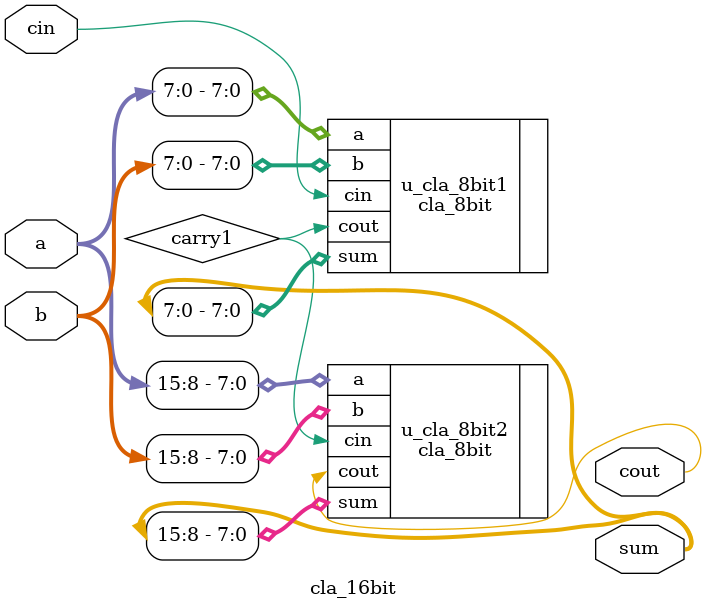
<source format=v>
module cla_16bit(
    a,
    b,
    cin,
    sum,
    cout
);

input [15:0] a;
input [15:0] b;
input cin;

output cout;
output [15:0] sum;

wire carry1;

cla_8bit u_cla_8bit1(
    .a(a[7:0]),
    .b(b[7:0]),
    .cin(cin),
    .sum(sum[7:0]),
    .cout(carry1)
);
cla_8bit u_cla_8bit2(
    .a(a[15:8]),
    .b(b[15:8]),
    .cin(carry1),
    .sum(sum[15:8]),
    .cout(cout)
);

endmodule
</source>
